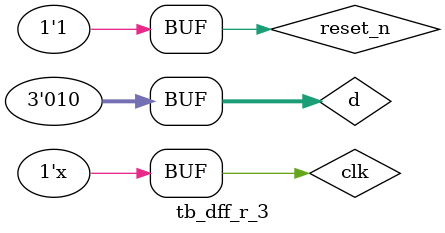
<source format=v>
`timescale 1ns/100ps

module tb_dff_r_3;		
	reg clk,reset_n;		//clk,reset,enable,
	reg [2:0] d;
	wire [2:0]q;					//output
	
	_dff_r_3 test(clk,reset_n,d,q);		
	
	always #10 clk = ~clk;		//clk cycle
	
	
	initial begin
	clk = 0; reset_n = 0; #10;
	
	#10; reset_n = 1; d = 3'b000;
	#10; d = 3'b001;
	#10; d = 3'b010;
	end
	
endmodule

</source>
